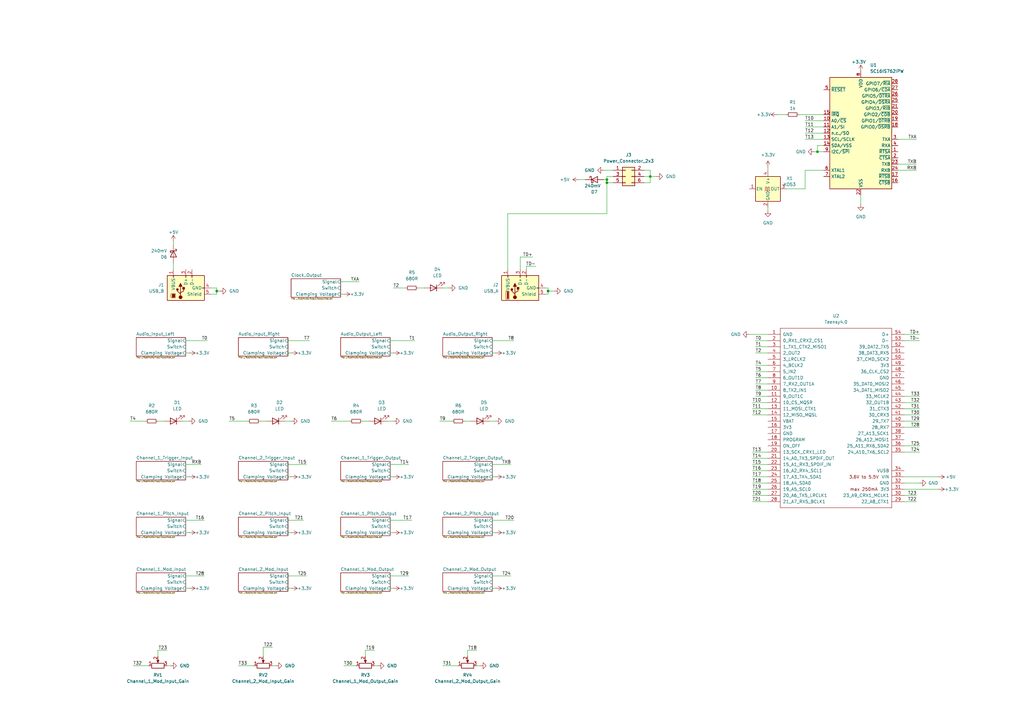
<source format=kicad_sch>
(kicad_sch (version 20211123) (generator eeschema)
  (paper "A3")
  (lib_symbols
    (symbol "Connector:USB_A" (pin_names (offset 1.016))
      (property "Reference" "J" (at -5.08 11.43 0))
      (property "Value" "USB_A" (at -5.08 8.89 0))
      (symbol "USB_A_0_1"
        (rectangle (start -5.08 -7.62) (end 5.08 7.62) (stroke (width 0.254)) (fill (type background)))
        (circle (center -3.81 2.159) (radius 0.635) (stroke (width 0.254)) (fill (type outline)))
        (rectangle (start -1.524 4.826) (end -4.318 5.334) (fill (type outline)))
        (rectangle (start -1.27 4.572) (end -4.572 5.842))
        (circle (center -0.635 3.429) (radius 0.381) (stroke (width 0.254)) (fill (type outline)))
        (rectangle (start -0.127 -7.62) (end 0.127 -6.858))
        (polyline (pts (xy -3.175 2.159) (xy -2.54 2.159) (xy -1.27 3.429) (xy -0.635 3.429)) (stroke (width 0.254)))
        (polyline (pts (xy -2.54 2.159) (xy -1.905 2.159) (xy -1.27 0.889) (xy 0 0.889)) (stroke (width 0.254)))
        (polyline (pts (xy 0.635 2.794) (xy 0.635 1.524) (xy 1.905 2.159) (xy 0.635 2.794)) (stroke (width 0.254)) (fill (type outline)))
        (rectangle (start 0.254 1.27) (end -0.508 0.508) (stroke (width 0.254)) (fill (type outline)))
        (rectangle (start 5.08 -2.667) (end 4.318 -2.413))
        (rectangle (start 5.08 -0.127) (end 4.318 0.127))
        (rectangle (start 5.08 4.953) (end 4.318 5.207))
      )
      (symbol "USB_A_1_1"
        (polyline (pts (xy -1.905 2.159) (xy 0.635 2.159)) (stroke (width 0.254)))
        (pin power_in line (at 7.62 5.08 180) (length 2.54) (name "VBUS") (number "1"))
        (pin bidirectional line (at 7.62 -2.54 180) (length 2.54) (name "D-") (number "2"))
        (pin bidirectional line (at 7.62 0 180) (length 2.54) (name "D+") (number "3"))
        (pin power_in line (at 0 -10.16 90) (length 2.54) (name "GND") (number "4"))
        (pin passive line (at -2.54 -10.16 90) (length 2.54) (name "Shield") (number "5"))
      )
    )
    (symbol "Connector:USB_B" (pin_names (offset 1.016))
      (property "Reference" "J" (at -5.08 11.43 0))
      (property "Value" "USB_B" (at -5.08 8.89 0))
      (symbol "USB_B_0_1"
        (rectangle (start -5.08 -7.62) (end 5.08 7.62) (stroke (width 0.254)) (fill (type background)))
        (circle (center -3.81 2.159) (radius 0.635) (stroke (width 0.254)) (fill (type outline)))
        (rectangle (start -3.81 5.588) (end -2.54 4.572) (fill (type outline)))
        (circle (center -0.635 3.429) (radius 0.381) (stroke (width 0.254)) (fill (type outline)))
        (rectangle (start -0.127 -7.62) (end 0.127 -6.858))
        (polyline (pts (xy -1.905 2.159) (xy 0.635 2.159)) (stroke (width 0.254)))
        (polyline (pts (xy -3.175 2.159) (xy -2.54 2.159) (xy -1.27 3.429) (xy -0.635 3.429)) (stroke (width 0.254)))
        (polyline (pts (xy -2.54 2.159) (xy -1.905 2.159) (xy -1.27 0.889) (xy 0 0.889)) (stroke (width 0.254)))
        (polyline (pts (xy 0.635 2.794) (xy 0.635 1.524) (xy 1.905 2.159) (xy 0.635 2.794)) (stroke (width 0.254)) (fill (type outline)))
        (polyline (pts (xy -4.064 4.318) (xy -2.286 4.318) (xy -2.286 5.715) (xy -2.667 6.096) (xy -3.683 6.096) (xy -4.064 5.715) (xy -4.064 4.318)))
        (rectangle (start 0.254 1.27) (end -0.508 0.508) (stroke (width 0.254)) (fill (type outline)))
        (rectangle (start 5.08 -2.667) (end 4.318 -2.413))
        (rectangle (start 5.08 -0.127) (end 4.318 0.127))
        (rectangle (start 5.08 4.953) (end 4.318 5.207))
      )
      (symbol "USB_B_1_1"
        (pin power_out line (at 7.62 5.08 180) (length 2.54) (name "VBUS") (number "1"))
        (pin bidirectional line (at 7.62 -2.54 180) (length 2.54) (name "D-") (number "2"))
        (pin bidirectional line (at 7.62 0 180) (length 2.54) (name "D+") (number "3"))
        (pin power_out line (at 0 -10.16 90) (length 2.54) (name "GND") (number "4"))
        (pin passive line (at -2.54 -10.16 90) (length 2.54) (name "Shield") (number "5"))
      )
    )
    (symbol "Connector_Generic:Conn_02x03_Odd_Even" (pin_names (offset 1.016) hide)
      (property "Reference" "J" (at 1.27 5.08 0))
      (property "Value" "Conn_02x03_Odd_Even" (at 1.27 -5.08 0))
      (symbol "Conn_02x03_Odd_Even_1_1"
        (rectangle (start -1.27 -2.413) (end 0 -2.667) (stroke (width 0.1524)))
        (rectangle (start -1.27 0.127) (end 0 -0.127) (stroke (width 0.1524)))
        (rectangle (start -1.27 2.667) (end 0 2.413) (stroke (width 0.1524)))
        (rectangle (start -1.27 3.81) (end 3.81 -3.81) (stroke (width 0.254)) (fill (type background)))
        (rectangle (start 3.81 -2.413) (end 2.54 -2.667) (stroke (width 0.1524)))
        (rectangle (start 3.81 0.127) (end 2.54 -0.127) (stroke (width 0.1524)))
        (rectangle (start 3.81 2.667) (end 2.54 2.413) (stroke (width 0.1524)))
        (pin passive line (at -5.08 2.54 0) (length 3.81) (name "Pin_1") (number "1"))
        (pin passive line (at 7.62 2.54 180) (length 3.81) (name "Pin_2") (number "2"))
        (pin passive line (at -5.08 0 0) (length 3.81) (name "Pin_3") (number "3"))
        (pin passive line (at 7.62 0 180) (length 3.81) (name "Pin_4") (number "4"))
        (pin passive line (at -5.08 -2.54 0) (length 3.81) (name "Pin_5") (number "5"))
        (pin passive line (at 7.62 -2.54 180) (length 3.81) (name "Pin_6") (number "6"))
      )
    )
    (symbol "Device:D_Schottky" (pin_numbers hide) (pin_names (offset 1.016) hide)
      (property "Reference" "D" (at 0 2.54 0))
      (property "Value" "D_Schottky" (at 0 -2.54 0))
      (symbol "D_Schottky_0_1"
        (polyline (pts (xy 1.27 0) (xy -1.27 0)))
        (polyline (pts (xy 1.27 1.27) (xy 1.27 -1.27) (xy -1.27 0) (xy 1.27 1.27)) (stroke (width 0.254)))
        (polyline (pts (xy -1.905 0.635) (xy -1.905 1.27) (xy -1.27 1.27) (xy -1.27 -1.27) (xy -0.635 -1.27) (xy -0.635 -0.635)) (stroke (width 0.254)))
      )
      (symbol "D_Schottky_1_1"
        (pin passive line (at -3.81 0 0) (length 2.54) (name "K") (number "1"))
        (pin passive line (at 3.81 0 180) (length 2.54) (name "A") (number "2"))
      )
    )
    (symbol "Device:LED" (pin_numbers hide) (pin_names (offset 1.016) hide)
      (property "Reference" "D" (at 0 2.54 0))
      (property "Value" "LED" (at 0 -2.54 0))
      (symbol "LED_0_1"
        (polyline (pts (xy -1.27 -1.27) (xy -1.27 1.27)) (stroke (width 0.254)))
        (polyline (pts (xy -1.27 0) (xy 1.27 0)))
        (polyline (pts (xy 1.27 -1.27) (xy 1.27 1.27) (xy -1.27 0) (xy 1.27 -1.27)) (stroke (width 0.254)))
        (polyline (pts (xy -3.048 -0.762) (xy -4.572 -2.286) (xy -3.81 -2.286) (xy -4.572 -2.286) (xy -4.572 -1.524)))
        (polyline (pts (xy -1.778 -0.762) (xy -3.302 -2.286) (xy -2.54 -2.286) (xy -3.302 -2.286) (xy -3.302 -1.524)))
      )
      (symbol "LED_1_1"
        (pin passive line (at -3.81 0 0) (length 2.54) (name "K") (number "1"))
        (pin passive line (at 3.81 0 180) (length 2.54) (name "A") (number "2"))
      )
    )
    (symbol "Device:R_Potentiometer" (pin_names (offset 1.016) hide)
      (property "Reference" "RV" (at -4.445 0 90))
      (property "Value" "R_Potentiometer" (at -2.54 0 90))
      (symbol "R_Potentiometer_0_1"
        (polyline (pts (xy 2.54 0) (xy 1.524 0)))
        (polyline (pts (xy 1.143 0) (xy 2.286 0.508) (xy 2.286 -0.508) (xy 1.143 0)) (fill (type outline)))
        (rectangle (start 1.016 2.54) (end -1.016 -2.54) (stroke (width 0.254)))
      )
      (symbol "R_Potentiometer_1_1"
        (pin passive line (at 0 3.81 270) (length 1.27) (name "1") (number "1"))
        (pin passive line (at 3.81 0 180) (length 1.27) (name "2") (number "2"))
        (pin passive line (at 0 -3.81 90) (length 1.27) (name "3") (number "3"))
      )
    )
    (symbol "Device:R_Small" (pin_numbers hide) (pin_names (offset 0.254) hide)
      (property "Reference" "R" (at 0.762 0.508 0))
      (property "Value" "R_Small" (at 0.762 -1.016 0))
      (symbol "R_Small_0_1"
        (rectangle (start -0.762 1.778) (end 0.762 -1.778) (stroke (width 0.2032)))
      )
      (symbol "R_Small_1_1"
        (pin passive line (at 0 2.54 270) (length 0.762) (name "~") (number "1"))
        (pin passive line (at 0 -2.54 90) (length 0.762) (name "~") (number "2"))
      )
    )
    (symbol "Interface_UART:SC16IS762IPW"
      (property "Reference" "U" (at -11.43 24.13 0))
      (property "Value" "SC16IS762IPW" (at 7.62 24.13 0))
      (symbol "SC16IS762IPW_0_1"
        (rectangle (start -12.7 22.86) (end 12.7 -22.86) (stroke (width 0.254)) (fill (type background)))
      )
      (symbol "SC16IS762IPW_1_1"
        (pin output line (at 15.24 -7.62 180) (length 2.54) (name "~{RTSA}") (number "1"))
        (pin input line (at -15.24 5.08 0) (length 2.54) (name "A0/~{CS}") (number "10"))
        (pin input line (at -15.24 2.54 0) (length 2.54) (name "A1/SI") (number "11"))
        (pin output line (at -15.24 0 0) (length 2.54) (name "n.c./SO") (number "12"))
        (pin input line (at -15.24 -2.54 0) (length 2.54) (name "SCL/SCLK") (number "13"))
        (pin bidirectional line (at -15.24 -5.08 0) (length 2.54) (name "SDA/VSS") (number "14"))
        (pin open_collector line (at -15.24 7.62 0) (length 2.54) (name "~{IRQ}") (number "15"))
        (pin input line (at 15.24 -20.32 180) (length 2.54) (name "~{CTSB}") (number "16"))
        (pin output line (at 15.24 -17.78 180) (length 2.54) (name "~{RTSB}") (number "17"))
        (pin bidirectional line (at 15.24 2.54 180) (length 2.54) (name "GPIO0/~{DSRB}") (number "18"))
        (pin bidirectional line (at 15.24 5.08 180) (length 2.54) (name "GPIO1/~{DTRB}") (number "19"))
        (pin input line (at 15.24 -10.16 180) (length 2.54) (name "~{CTSA}") (number "2"))
        (pin bidirectional line (at 15.24 7.62 180) (length 2.54) (name "GPIO2/~{CDB}") (number "20"))
        (pin bidirectional line (at 15.24 10.16 180) (length 2.54) (name "GPIO3/~{RIB}") (number "21"))
        (pin power_in line (at 0 -25.4 90) (length 2.54) (name "VSS") (number "22"))
        (pin output line (at 15.24 -12.7 180) (length 2.54) (name "TXB") (number "23"))
        (pin input line (at 15.24 -15.24 180) (length 2.54) (name "RXB") (number "24"))
        (pin bidirectional line (at 15.24 12.7 180) (length 2.54) (name "GPIO4/~{DSRA}") (number "25"))
        (pin bidirectional line (at 15.24 15.24 180) (length 2.54) (name "GPIO5/~{DTRA}") (number "26"))
        (pin bidirectional line (at 15.24 17.78 180) (length 2.54) (name "GPIO6/~{CDA}") (number "27"))
        (pin bidirectional line (at 15.24 20.32 180) (length 2.54) (name "GPIO7/~{RIA}") (number "28"))
        (pin output line (at 15.24 -2.54 180) (length 2.54) (name "TXA") (number "3"))
        (pin input line (at 15.24 -5.08 180) (length 2.54) (name "RXA") (number "4"))
        (pin input line (at -15.24 17.78 0) (length 2.54) (name "~{RESET}") (number "5"))
        (pin input line (at -15.24 -15.24 0) (length 2.54) (name "XTAL1") (number "6"))
        (pin output line (at -15.24 -17.78 0) (length 2.54) (name "XTAL2") (number "7"))
        (pin power_in line (at 0 25.4 270) (length 2.54) (name "VDD") (number "8"))
        (pin input line (at -15.24 -7.62 0) (length 2.54) (name "I2C/~{SPI}") (number "9"))
      )
    )
    (symbol "Oscillator:XO53" (pin_names (offset 0.254))
      (property "Reference" "X" (at -5.08 6.35 0))
      (property "Value" "XO53" (at 1.27 -6.35 0))
      (symbol "XO53_0_1"
        (rectangle (start -5.08 5.08) (end 5.08 -5.08) (stroke (width 0.254)) (fill (type background)))
        (polyline (pts (xy 0.762 -0.762) (xy 0.508 -0.762) (xy 0.508 0.762) (xy 0 0.762) (xy 0 -0.762) (xy -0.508 -0.762) (xy -0.508 0.762) (xy -1.016 0.762) (xy -1.016 -0.762) (xy -1.27 -0.762)))
      )
      (symbol "XO53_1_1"
        (pin input line (at -7.62 0 0) (length 2.54) (name "EN") (number "1"))
        (pin power_in line (at 0 -7.62 90) (length 2.54) (name "GND") (number "2"))
        (pin output line (at 7.62 0 180) (length 2.54) (name "OUT") (number "3"))
        (pin power_in line (at 0 7.62 270) (length 2.54) (name "V+") (number "4"))
      )
    )
    (symbol "Teensy:Teensy4.0" (pin_names (offset 1.016))
      (property "Reference" "U" (at 0 39.37 0))
      (property "Value" "Teensy4.0" (at 0 -39.37 0))
      (symbol "Teensy4.0_0_0"
        (text "3.6V to 5.5V" (at 11.43 -24.13 0) (effects (font (size 1.27 1.27))))
        (text "max 250mA" (at 11.43 -29.21 0) (effects (font (size 1.27 1.27))))
        (pin bidirectional line (at -27.94 11.43 0) (length 5.08) (name "8_TX2_IN1") (number "10"))
        (pin bidirectional line (at -27.94 8.89 0) (length 5.08) (name "9_OUT1C") (number "11"))
        (pin bidirectional line (at -27.94 6.35 0) (length 5.08) (name "10_CS_MQSR") (number "12"))
        (pin bidirectional line (at -27.94 3.81 0) (length 5.08) (name "11_MOSI_CTX1") (number "13"))
        (pin bidirectional line (at -27.94 1.27 0) (length 5.08) (name "12_MISO_MQSL") (number "14"))
        (pin power_in line (at -27.94 -1.27 0) (length 5.08) (name "VBAT") (number "15"))
        (pin power_in line (at -27.94 -3.81 0) (length 5.08) (name "3V3") (number "16"))
        (pin power_in line (at -27.94 -6.35 0) (length 5.08) (name "GND") (number "17"))
        (pin input line (at -27.94 -8.89 0) (length 5.08) (name "PROGRAM") (number "18"))
        (pin input line (at -27.94 -11.43 0) (length 5.08) (name "ON_OFF") (number "19"))
        (pin bidirectional line (at -27.94 -13.97 0) (length 5.08) (name "13_SCK_CRX1_LED") (number "20"))
        (pin bidirectional line (at -27.94 -16.51 0) (length 5.08) (name "14_A0_TX3_SPDIF_OUT") (number "21"))
        (pin bidirectional line (at -27.94 -19.05 0) (length 5.08) (name "15_A1_RX3_SPDIF_IN") (number "22"))
        (pin bidirectional line (at -27.94 -21.59 0) (length 5.08) (name "16_A2_RX4_SCL1") (number "23"))
        (pin bidirectional line (at -27.94 -24.13 0) (length 5.08) (name "17_A3_TX4_SDA1") (number "24"))
        (pin bidirectional line (at -27.94 -26.67 0) (length 5.08) (name "18_A4_SDA0") (number "25"))
        (pin bidirectional line (at -27.94 -29.21 0) (length 5.08) (name "19_A5_SCL0") (number "26"))
        (pin bidirectional line (at -27.94 -31.75 0) (length 5.08) (name "20_A6_TX5_LRCLK1") (number "27"))
        (pin bidirectional line (at -27.94 -34.29 0) (length 5.08) (name "21_A7_RX5_BCLK1") (number "28"))
        (pin bidirectional line (at 27.94 -34.29 180) (length 5.08) (name "22_A8_CTX1") (number "29"))
        (pin bidirectional line (at 27.94 -31.75 180) (length 5.08) (name "23_A9_CRX1_MCLK1") (number "30"))
        (pin power_out line (at 27.94 -29.21 180) (length 5.08) (name "3V3") (number "31"))
        (pin power_in line (at 27.94 -26.67 180) (length 5.08) (name "GND") (number "32"))
        (pin power_in line (at 27.94 -24.13 180) (length 5.08) (name "VIN") (number "33"))
        (pin power_out line (at 27.94 -21.59 180) (length 5.08) (name "VUSB") (number "34"))
        (pin bidirectional line (at 27.94 -13.97 180) (length 5.08) (name "24_A10_TX6_SCL2") (number "35"))
        (pin bidirectional line (at 27.94 -11.43 180) (length 5.08) (name "25_A11_RX6_SDA2") (number "36"))
        (pin bidirectional line (at 27.94 -8.89 180) (length 5.08) (name "26_A12_MOSI1") (number "37"))
        (pin bidirectional line (at 27.94 -6.35 180) (length 5.08) (name "27_A13_SCK1") (number "38"))
        (pin bidirectional line (at 27.94 -3.81 180) (length 5.08) (name "28_RX7") (number "39"))
        (pin bidirectional line (at 27.94 -1.27 180) (length 5.08) (name "29_TX7") (number "40"))
        (pin bidirectional line (at 27.94 1.27 180) (length 5.08) (name "30_CRX3") (number "41"))
        (pin bidirectional line (at 27.94 3.81 180) (length 5.08) (name "31_CTX3") (number "42"))
        (pin bidirectional line (at 27.94 6.35 180) (length 5.08) (name "32_OUT1B") (number "43"))
        (pin bidirectional line (at 27.94 8.89 180) (length 5.08) (name "33_MCLK2") (number "44"))
        (pin bidirectional line (at 27.94 11.43 180) (length 5.08) (name "34_DAT1_MISO2") (number "45"))
        (pin bidirectional line (at 27.94 13.97 180) (length 5.08) (name "35_DAT0_MOSI2") (number "46"))
        (pin power_out line (at 27.94 16.51 180) (length 5.08) (name "GND") (number "47"))
        (pin bidirectional line (at 27.94 19.05 180) (length 5.08) (name "36_CLK_CS2") (number "48"))
        (pin power_out line (at 27.94 21.59 180) (length 5.08) (name "3V3") (number "49"))
        (pin bidirectional line (at -27.94 24.13 0) (length 5.08) (name "3_LRCLK2") (number "5"))
        (pin bidirectional line (at 27.94 24.13 180) (length 5.08) (name "37_CMD_SCK2") (number "50"))
        (pin bidirectional line (at 27.94 26.67 180) (length 5.08) (name "38_DAT3_RX5") (number "51"))
        (pin bidirectional line (at 27.94 29.21 180) (length 5.08) (name "39_DAT2_TX5") (number "52"))
        (pin bidirectional line (at 27.94 31.75 180) (length 5.08) (name "D-") (number "53"))
        (pin bidirectional line (at 27.94 34.29 180) (length 5.08) (name "D+") (number "54"))
        (pin bidirectional line (at -27.94 21.59 0) (length 5.08) (name "4_BCLK2") (number "6"))
        (pin bidirectional line (at -27.94 19.05 0) (length 5.08) (name "5_IN2") (number "7"))
        (pin bidirectional line (at -27.94 16.51 0) (length 5.08) (name "6_OUT1D") (number "8"))
        (pin bidirectional line (at -27.94 13.97 0) (length 5.08) (name "7_RX2_OUT1A") (number "9"))
      )
      (symbol "Teensy4.0_0_1"
        (rectangle (start -22.86 36.83) (end 22.86 -36.83))
        (rectangle (start -20.32 -31.75) (end -20.32 -31.75))
      )
      (symbol "Teensy4.0_1_1"
        (pin power_in line (at -27.94 34.29 0) (length 5.08) (name "GND") (number "1"))
        (pin bidirectional line (at -27.94 31.75 0) (length 5.08) (name "0_RX1_CRX2_CS1") (number "2"))
        (pin bidirectional line (at -27.94 29.21 0) (length 5.08) (name "1_TX1_CTX2_MISO1") (number "3"))
        (pin bidirectional line (at -27.94 26.67 0) (length 5.08) (name "2_OUT2") (number "4"))
      )
    )
    (symbol "power:+3.3V" (power) (pin_names (offset 0))
      (property "Value" "+3.3V" (at 0 3.556 0))
      (symbol "+3.3V_0_1"
        (polyline (pts (xy -0.762 1.27) (xy 0 2.54)))
        (polyline (pts (xy 0 0) (xy 0 2.54)))
        (polyline (pts (xy 0 2.54) (xy 0.762 1.27)))
      )
      (symbol "+3.3V_1_1"
        (pin power_in line (at 0 0 90) (length 0) hide (name "+3.3V") (number "1"))
      )
    )
    (symbol "power:+5V" (power) (pin_names (offset 0))
      (property "Value" "+5V" (at 0 3.556 0))
      (symbol "+5V_0_1"
        (polyline (pts (xy -0.762 1.27) (xy 0 2.54)))
        (polyline (pts (xy 0 0) (xy 0 2.54)))
        (polyline (pts (xy 0 2.54) (xy 0.762 1.27)))
      )
      (symbol "+5V_1_1"
        (pin power_in line (at 0 0 90) (length 0) hide (name "+5V") (number "1"))
      )
    )
    (symbol "power:GND" (power) (pin_names (offset 0))
      (property "Value" "GND" (at 0 -3.81 0))
      (symbol "GND_0_1"
        (polyline (pts (xy 0 0) (xy 0 -1.27) (xy 1.27 -1.27) (xy 0 -2.54) (xy -1.27 -1.27) (xy 0 -1.27)))
      )
      (symbol "GND_1_1"
        (pin power_in line (at 0 0 270) (length 0) hide (name "GND") (number "1"))
      )
    )
  )
  (junction (at 248.92 73.66))
  (junction (at 266.7 72.39))
  (junction (at 88.9 119.38))
  (junction (at 335.28 62.23))
  (junction (at 224.79 119.38))
  (junction (at 248.92 74.93))
  (wire (pts (xy 184.15 118.11) (xy 181.61 118.11)))
  (wire (pts (xy 88.9 118.11) (xy 88.9 119.38)))
  (wire (pts (xy 308.61 200.66) (xy 314.96 200.66)))
  (wire (pts (xy 88.9 120.65) (xy 88.9 119.38)))
  (wire (pts (xy 191.77 266.7) (xy 195.58 266.7)))
  (wire (pts (xy 247.65 73.66) (xy 248.92 73.66)))
  (wire (pts (xy 370.84 170.18) (xy 377.19 170.18)))
  (wire (pts (xy 327.66 46.99) (xy 337.82 46.99)))
  (wire (pts (xy 384.81 195.58) (xy 370.84 195.58)))
  (wire (pts (xy 160.02 139.7) (xy 170.18 139.7)))
  (wire (pts (xy 370.84 137.16) (xy 377.19 137.16)))
  (wire (pts (xy 118.11 190.5) (xy 125.73 190.5)))
  (wire (pts (xy 64.77 266.7) (xy 68.58 266.7)))
  (wire (pts (xy 264.16 69.85) (xy 266.7 69.85)))
  (wire (pts (xy 140.97 273.05) (xy 146.05 273.05)))
  (wire (pts (xy 335.28 59.69) (xy 335.28 62.23)))
  (wire (pts (xy 309.88 144.78) (xy 314.96 144.78)))
  (wire (pts (xy 181.61 273.05) (xy 187.96 273.05)))
  (wire (pts (xy 375.92 205.74) (xy 370.84 205.74)))
  (wire (pts (xy 69.85 273.05) (xy 68.58 273.05)))
  (wire (pts (xy 375.92 67.31) (xy 368.3 67.31)))
  (wire (pts (xy 171.45 118.11) (xy 173.99 118.11)))
  (wire (pts (xy 161.29 118.11) (xy 166.37 118.11)))
  (wire (pts (xy 201.93 190.5) (xy 209.55 190.5)))
  (wire (pts (xy 247.65 69.85) (xy 251.46 69.85)))
  (wire (pts (xy 370.84 175.26) (xy 377.19 175.26)))
  (wire (pts (xy 377.19 198.12) (xy 370.84 198.12)))
  (wire (pts (xy 251.46 72.39) (xy 248.92 72.39)))
  (wire (pts (xy 161.29 218.44) (xy 160.02 218.44)))
  (wire (pts (xy 215.9 109.22) (xy 219.71 109.22)))
  (wire (pts (xy 309.88 162.56) (xy 314.96 162.56)))
  (wire (pts (xy 377.19 167.64) (xy 370.84 167.64)))
  (wire (pts (xy 203.2 172.72) (xy 200.66 172.72)))
  (wire (pts (xy 160.02 213.36) (xy 168.91 213.36)))
  (wire (pts (xy 161.29 195.58) (xy 160.02 195.58)))
  (wire (pts (xy 208.28 87.63) (xy 208.28 110.49)))
  (wire (pts (xy 248.92 72.39) (xy 248.92 73.66)))
  (wire (pts (xy 64.77 172.72) (xy 67.31 172.72)))
  (wire (pts (xy 309.88 154.94) (xy 314.96 154.94)))
  (wire (pts (xy 224.79 119.38) (xy 227.33 119.38)))
  (wire (pts (xy 161.29 144.78) (xy 160.02 144.78)))
  (wire (pts (xy 71.12 99.06) (xy 71.12 100.33)))
  (wire (pts (xy 93.98 172.72) (xy 101.6 172.72)))
  (wire (pts (xy 208.28 87.63) (xy 248.92 87.63)))
  (wire (pts (xy 190.5 172.72) (xy 193.04 172.72)))
  (wire (pts (xy 135.89 172.72) (xy 143.51 172.72)))
  (wire (pts (xy 77.47 241.3) (xy 76.2 241.3)))
  (wire (pts (xy 308.61 185.42) (xy 314.96 185.42)))
  (wire (pts (xy 370.84 139.7) (xy 377.19 139.7)))
  (wire (pts (xy 309.88 157.48) (xy 314.96 157.48)))
  (wire (pts (xy 370.84 165.1) (xy 377.19 165.1)))
  (wire (pts (xy 353.06 80.01) (xy 353.06 83.82)))
  (wire (pts (xy 106.68 172.72) (xy 109.22 172.72)))
  (wire (pts (xy 375.92 203.2) (xy 370.84 203.2)))
  (wire (pts (xy 308.61 187.96) (xy 314.96 187.96)))
  (wire (pts (xy 118.11 213.36) (xy 124.46 213.36)))
  (wire (pts (xy 191.77 269.24) (xy 191.77 266.7)))
  (wire (pts (xy 139.7 115.57) (xy 147.32 115.57)))
  (wire (pts (xy 370.84 182.88) (xy 377.19 182.88)))
  (wire (pts (xy 203.2 195.58) (xy 201.93 195.58)))
  (wire (pts (xy 237.49 73.66) (xy 240.03 73.66)))
  (wire (pts (xy 224.79 119.38) (xy 224.79 120.65)))
  (wire (pts (xy 118.11 236.22) (xy 125.73 236.22)))
  (wire (pts (xy 118.11 139.7) (xy 127 139.7)))
  (wire (pts (xy 330.2 77.47) (xy 330.2 69.85)))
  (wire (pts (xy 330.2 52.07) (xy 337.82 52.07)))
  (wire (pts (xy 307.34 137.16) (xy 314.96 137.16)))
  (wire (pts (xy 76.2 190.5) (xy 82.55 190.5)))
  (wire (pts (xy 196.85 273.05) (xy 195.58 273.05)))
  (wire (pts (xy 149.86 269.24) (xy 149.86 266.7)))
  (wire (pts (xy 218.44 105.41) (xy 213.36 105.41)))
  (wire (pts (xy 335.28 62.23) (xy 337.82 62.23)))
  (wire (pts (xy 308.61 203.2) (xy 314.96 203.2)))
  (wire (pts (xy 330.2 49.53) (xy 337.82 49.53)))
  (wire (pts (xy 107.95 265.43) (xy 111.76 265.43)))
  (wire (pts (xy 334.01 62.23) (xy 335.28 62.23)))
  (wire (pts (xy 119.38 195.58) (xy 118.11 195.58)))
  (wire (pts (xy 322.58 77.47) (xy 330.2 77.47)))
  (wire (pts (xy 384.81 200.66) (xy 370.84 200.66)))
  (wire (pts (xy 77.47 144.78) (xy 76.2 144.78)))
  (wire (pts (xy 308.61 193.04) (xy 314.96 193.04)))
  (wire (pts (xy 180.34 172.72) (xy 185.42 172.72)))
  (wire (pts (xy 248.92 74.93) (xy 248.92 87.63)))
  (wire (pts (xy 160.02 236.22) (xy 167.64 236.22)))
  (wire (pts (xy 148.59 172.72) (xy 151.13 172.72)))
  (wire (pts (xy 149.86 266.7) (xy 153.67 266.7)))
  (wire (pts (xy 314.96 86.36) (xy 314.96 85.09)))
  (wire (pts (xy 213.36 105.41) (xy 213.36 110.49)))
  (wire (pts (xy 154.94 273.05) (xy 153.67 273.05)))
  (wire (pts (xy 223.52 120.65) (xy 224.79 120.65)))
  (wire (pts (xy 308.61 165.1) (xy 314.96 165.1)))
  (wire (pts (xy 308.61 167.64) (xy 314.96 167.64)))
  (wire (pts (xy 201.93 236.22) (xy 209.55 236.22)))
  (wire (pts (xy 308.61 198.12) (xy 314.96 198.12)))
  (wire (pts (xy 337.82 59.69) (xy 335.28 59.69)))
  (wire (pts (xy 203.2 144.78) (xy 201.93 144.78)))
  (wire (pts (xy 368.3 57.15) (xy 375.92 57.15)))
  (wire (pts (xy 377.19 162.56) (xy 370.84 162.56)))
  (wire (pts (xy 370.84 172.72) (xy 377.19 172.72)))
  (wire (pts (xy 76.2 213.36) (xy 83.82 213.36)))
  (wire (pts (xy 266.7 74.93) (xy 266.7 72.39)))
  (wire (pts (xy 86.36 120.65) (xy 88.9 120.65)))
  (wire (pts (xy 160.02 190.5) (xy 167.64 190.5)))
  (wire (pts (xy 251.46 74.93) (xy 248.92 74.93)))
  (wire (pts (xy 97.79 273.05) (xy 104.14 273.05)))
  (wire (pts (xy 77.47 172.72) (xy 74.93 172.72)))
  (wire (pts (xy 77.47 195.58) (xy 76.2 195.58)))
  (wire (pts (xy 76.2 139.7) (xy 85.09 139.7)))
  (wire (pts (xy 77.47 218.44) (xy 76.2 218.44)))
  (wire (pts (xy 54.61 273.05) (xy 60.96 273.05)))
  (wire (pts (xy 264.16 72.39) (xy 266.7 72.39)))
  (wire (pts (xy 203.2 241.3) (xy 201.93 241.3)))
  (wire (pts (xy 309.88 149.86) (xy 314.96 149.86)))
  (wire (pts (xy 86.36 118.11) (xy 88.9 118.11)))
  (wire (pts (xy 309.88 139.7) (xy 314.96 139.7)))
  (wire (pts (xy 201.93 213.36) (xy 210.82 213.36)))
  (wire (pts (xy 161.29 241.3) (xy 160.02 241.3)))
  (wire (pts (xy 203.2 218.44) (xy 201.93 218.44)))
  (wire (pts (xy 119.38 218.44) (xy 118.11 218.44)))
  (wire (pts (xy 266.7 69.85) (xy 266.7 72.39)))
  (wire (pts (xy 88.9 119.38) (xy 90.17 119.38)))
  (wire (pts (xy 119.38 241.3) (xy 118.11 241.3)))
  (wire (pts (xy 119.38 144.78) (xy 118.11 144.78)))
  (wire (pts (xy 248.92 73.66) (xy 248.92 74.93)))
  (wire (pts (xy 107.95 269.24) (xy 107.95 265.43)))
  (wire (pts (xy 308.61 195.58) (xy 314.96 195.58)))
  (wire (pts (xy 370.84 185.42) (xy 377.19 185.42)))
  (wire (pts (xy 76.2 236.22) (xy 83.82 236.22)))
  (wire (pts (xy 308.61 205.74) (xy 314.96 205.74)))
  (wire (pts (xy 308.61 170.18) (xy 314.96 170.18)))
  (wire (pts (xy 264.16 74.93) (xy 266.7 74.93)))
  (wire (pts (xy 368.3 69.85) (xy 375.92 69.85)))
  (wire (pts (xy 119.38 172.72) (xy 116.84 172.72)))
  (wire (pts (xy 309.88 142.24) (xy 314.96 142.24)))
  (wire (pts (xy 224.79 118.11) (xy 224.79 119.38)))
  (wire (pts (xy 113.03 273.05) (xy 111.76 273.05)))
  (wire (pts (xy 71.12 107.95) (xy 71.12 110.49)))
  (wire (pts (xy 140.97 120.65) (xy 139.7 120.65)))
  (wire (pts (xy 318.77 46.99) (xy 322.58 46.99)))
  (wire (pts (xy 309.88 160.02) (xy 314.96 160.02)))
  (wire (pts (xy 64.77 269.24) (xy 64.77 266.7)))
  (wire (pts (xy 314.96 68.58) (xy 314.96 69.85)))
  (wire (pts (xy 308.61 190.5) (xy 314.96 190.5)))
  (wire (pts (xy 215.9 110.49) (xy 215.9 109.22)))
  (wire (pts (xy 330.2 69.85) (xy 337.82 69.85)))
  (wire (pts (xy 309.88 152.4) (xy 314.96 152.4)))
  (wire (pts (xy 161.29 172.72) (xy 158.75 172.72)))
  (wire (pts (xy 201.93 139.7) (xy 210.82 139.7)))
  (wire (pts (xy 330.2 54.61) (xy 337.82 54.61)))
  (wire (pts (xy 53.34 172.72) (xy 59.69 172.72)))
  (wire (pts (xy 223.52 118.11) (xy 224.79 118.11)))
  (wire (pts (xy 266.7 72.39) (xy 269.24 72.39)))
  (wire (pts (xy 330.2 57.15) (xy 337.82 57.15)))
  (label "T33" (at 97.79 273.05 0))
  (label "T13" (at 308.61 185.42 0))
  (label "T23" (at 375.92 203.2 180))
  (label "T18" (at 195.58 266.7 180))
  (label "TD+" (at 377.19 137.16 180))
  (label "T6" (at 135.89 172.72 0))
  (label "T10" (at 308.61 165.1 0))
  (label "T7" (at 127 139.7 180))
  (label "T15" (at 125.73 190.5 180))
  (label "T8" (at 309.88 160.02 0))
  (label "T22" (at 111.76 265.43 180))
  (label "T1" (at 309.88 142.24 0))
  (label "TD+" (at 218.44 105.41 180))
  (label "TXB" (at 375.92 67.31 180))
  (label "T17" (at 308.61 195.58 0))
  (label "T4" (at 53.34 172.72 0))
  (label "T31" (at 181.61 273.05 0))
  (label "T15" (at 308.61 190.5 0))
  (label "T30" (at 140.97 273.05 0))
  (label "TXA" (at 375.92 57.15 180))
  (label "T11" (at 308.61 167.64 0))
  (label "T13" (at 330.2 57.15 0))
  (label "T2" (at 309.88 144.78 0))
  (label "T1" (at 170.18 139.7 180))
  (label "T5" (at 93.98 172.72 0))
  (label "T14" (at 167.64 190.5 180))
  (label "T29" (at 167.64 236.22 180))
  (label "RXB" (at 375.92 69.85 180))
  (label "T17" (at 168.91 213.36 180))
  (label "T28" (at 83.82 236.22 180))
  (label "TD-" (at 377.19 139.7 180))
  (label "T28" (at 377.19 175.26 180))
  (label "TD-" (at 219.71 109.22 180))
  (label "TXB" (at 209.55 190.5 180))
  (label "T11" (at 330.2 52.07 0))
  (label "T29" (at 377.19 172.72 180))
  (label "T23" (at 68.58 266.7 180))
  (label "T14" (at 308.61 187.96 0))
  (label "T32" (at 377.19 165.1 180))
  (label "T19" (at 308.61 200.66 0))
  (label "T9" (at 180.34 172.72 0))
  (label "T20" (at 308.61 203.2 0))
  (label "T9" (at 309.88 162.56 0))
  (label "T19" (at 153.67 266.7 180))
  (label "T22" (at 375.92 205.74 180))
  (label "T12" (at 330.2 54.61 0))
  (label "T24" (at 377.19 185.42 180))
  (label "T16" (at 83.82 213.36 180))
  (label "TXA" (at 147.32 115.57 180))
  (label "T0" (at 85.09 139.7 180))
  (label "T25" (at 377.19 182.88 180))
  (label "T21" (at 124.46 213.36 180))
  (label "T6" (at 309.88 154.94 0))
  (label "T32" (at 54.61 273.05 0))
  (label "T24" (at 209.55 236.22 180))
  (label "T5" (at 309.88 152.4 0))
  (label "T12" (at 308.61 170.18 0))
  (label "RXB" (at 82.55 190.5 180))
  (label "T25" (at 125.73 236.22 180))
  (label "T16" (at 308.61 193.04 0))
  (label "T18" (at 308.61 198.12 0))
  (label "T21" (at 308.61 205.74 0))
  (label "T4" (at 309.88 149.86 0))
  (label "T33" (at 377.19 162.56 180))
  (label "T30" (at 377.19 170.18 180))
  (label "T0" (at 309.88 139.7 0))
  (label "T2" (at 161.29 118.11 0))
  (label "T10" (at 330.2 49.53 0))
  (label "T31" (at 377.19 167.64 180))
  (label "T8" (at 210.82 139.7 180))
  (label "T7" (at 309.88 157.48 0))
  (label "T20" (at 210.82 213.36 180))
  (symbol (lib_id "power:+5V") (at 71.12 99.06 0) (unit 1)
    (property "Reference" "#PWR0167" (effects hide))
    (property "Value" "+5V" (at 71.12 95.25 0))
  )
  (symbol (lib_id "power:+3.3V") (at 203.2 241.3 270) (unit 1)
    (property "Reference" "#PWR0121" (effects hide))
    (property "Value" "+3.3V" (at 205.74 241.3 90) (effects (justify left)))
  )
  (symbol (lib_id "power:+3.3V") (at 384.81 200.66 270) (unit 1)
    (property "Reference" "#PWR0103" (effects hide))
    (property "Value" "+3.3V" (at 387.35 200.66 90) (effects (justify left)))
  )
  (symbol (lib_id "power:+3.3V") (at 203.2 144.78 270) (unit 1)
    (property "Reference" "#PWR0116" (effects hide))
    (property "Value" "+3.3V" (at 205.74 144.78 90) (effects (justify left)))
  )
  (symbol (lib_id "power:+3.3V") (at 119.38 195.58 270) (unit 1)
    (property "Reference" "#PWR0125" (effects hide))
    (property "Value" "+3.3V" (at 121.92 195.58 90) (effects (justify left)))
  )
  (symbol (lib_id "Device:R_Potentiometer") (at 149.86 273.05 90) (unit 1)
    (property "Reference" "RV3" (at 149.86 276.86 90))
    (property "Value" "Channel_1_Mod_Output_Gain" (at 149.86 279.4 90))
    (property "Footprint" "Potentiometer:Bourns_PTV09A-4020UB103" (effects hide))
  )
  (symbol (lib_id "power:GND") (at 377.19 198.12 90) (unit 1)
    (property "Reference" "#PWR0165" (effects hide))
    (property "Value" "GND" (at 384.81 198.12 90) (effects (justify left)))
  )
  (symbol (lib_id "power:GND") (at 196.85 273.05 90) (unit 1)
    (property "Reference" "#PWR0123" (effects hide))
    (property "Value" "GND" (at 200.66 273.0499 90) (effects (justify right)))
  )
  (symbol (lib_id "power:GND") (at 113.03 273.05 90) (unit 1)
    (property "Reference" "#PWR0109" (effects hide))
    (property "Value" "GND" (at 116.84 273.0499 90) (effects (justify right)))
  )
  (symbol (lib_id "Device:D_Schottky") (at 71.12 104.14 270) (unit 1)
    (property "Reference" "D6" (at 68.58 105.41 90) (effects (justify right)))
    (property "Value" "240mV" (at 68.58 102.87 90) (effects (justify right)))
    (property "Footprint" "Diode_SMD:D_SOD-123F" (effects hide))
  )
  (symbol (lib_id "power:+3.3V") (at 119.38 241.3 270) (unit 1)
    (property "Reference" "#PWR0110" (effects hide))
    (property "Value" "+3.3V" (at 121.92 241.3 90) (effects (justify left)))
  )
  (symbol (lib_id "Device:LED") (at 196.85 172.72 180) (unit 1)
    (property "Reference" "D5" (at 198.4375 165.1 0))
    (property "Value" "LED" (at 198.4375 167.64 0))
    (property "Footprint" "LED_THT:LED_D3.0mm" (effects hide))
  )
  (symbol (lib_id "Device:R_Small") (at 62.23 172.72 90) (unit 1)
    (property "Reference" "R2" (at 62.23 166.37 90))
    (property "Value" "680R" (at 62.23 168.91 90))
    (property "Footprint" "Resistor_SMD:R_1206_3216Metric_Pad1.30x1.75mm_HandSolder" (effects hide))
  )
  (symbol (lib_id "power:GND") (at 77.47 172.72 90) (unit 1)
    (property "Reference" "#PWR0129" (effects hide))
    (property "Value" "GND" (at 81.28 172.7199 90) (effects (justify right)))
  )
  (symbol (lib_id "power:+3.3V") (at 77.47 218.44 270) (unit 1)
    (property "Reference" "#PWR0111" (effects hide))
    (property "Value" "+3.3V" (at 80.01 218.44 90) (effects (justify left)))
  )
  (symbol (lib_id "Device:LED") (at 71.12 172.72 180) (unit 1)
    (property "Reference" "D1" (at 72.7075 165.1 0))
    (property "Value" "LED" (at 72.7075 167.64 0))
    (property "Footprint" "LED_THT:LED_D3.0mm" (effects hide))
  )
  (symbol (lib_id "power:+3.3V") (at 119.38 144.78 270) (unit 1)
    (property "Reference" "#PWR0128" (effects hide))
    (property "Value" "+3.3V" (at 121.92 144.78 90) (effects (justify left)))
  )
  (symbol (lib_id "Device:R_Small") (at 187.96 172.72 90) (unit 1)
    (property "Reference" "R6" (at 187.96 166.37 90))
    (property "Value" "680R" (at 187.96 168.91 90))
    (property "Footprint" "Resistor_SMD:R_1206_3216Metric_Pad1.30x1.75mm_HandSolder" (effects hide))
  )
  (symbol (lib_id "power:+3.3V") (at 77.47 195.58 270) (unit 1)
    (property "Reference" "#PWR0127" (effects hide))
    (property "Value" "+3.3V" (at 80.01 195.58 90) (effects (justify left)))
  )
  (symbol (lib_id "power:+3.3V") (at 353.06 29.21 0) (unit 1)
    (property "Reference" "#PWR0106" (effects hide))
    (property "Value" "+3.3V" (at 349.25 25.4 0) (effects (justify left)))
  )
  (symbol (lib_id "power:+3.3V") (at 161.29 144.78 270) (unit 1)
    (property "Reference" "#PWR0134" (effects hide))
    (property "Value" "+3.3V" (at 163.83 144.78 90) (effects (justify left)))
  )
  (symbol (lib_id "power:+3.3V") (at 161.29 218.44 270) (unit 1)
    (property "Reference" "#PWR0119" (effects hide))
    (property "Value" "+3.3V" (at 163.83 218.44 90) (effects (justify left)))
  )
  (symbol (lib_id "power:+3.3V") (at 161.29 195.58 270) (unit 1)
    (property "Reference" "#PWR0120" (effects hide))
    (property "Value" "+3.3V" (at 163.83 195.58 90) (effects (justify left)))
  )
  (symbol (lib_id "power:GND") (at 154.94 273.05 90) (unit 1)
    (property "Reference" "#PWR0113" (effects hide))
    (property "Value" "GND" (at 158.75 273.0499 90) (effects (justify right)))
  )
  (symbol (lib_id "Device:LED") (at 154.94 172.72 180) (unit 1)
    (property "Reference" "D3" (at 156.5275 165.1 0))
    (property "Value" "LED" (at 156.5275 167.64 0))
    (property "Footprint" "LED_THT:LED_D3.0mm" (effects hide))
  )
  (symbol (lib_id "Connector:USB_B") (at 76.2 118.11 90) (unit 1)
    (property "Reference" "J1" (at 67.31 116.8399 90) (effects (justify left)))
    (property "Value" "USB_B" (at 67.31 119.3799 90) (effects (justify left)))
    (property "Footprint" "Connector_USB:USB_B_TE_5787834_Vertical" (effects hide))
    (property "Datasheet" " ~" (effects hide))
  )
  (symbol (lib_id "power:GND") (at 269.24 72.39 90) (unit 1)
    (property "Reference" "#PWR0169" (effects hide))
    (property "Value" "GND" (at 273.05 72.3899 90) (effects (justify right)))
  )
  (symbol (lib_id "Device:R_Small") (at 168.91 118.11 90) (unit 1)
    (property "Reference" "R5" (at 168.91 111.76 90))
    (property "Value" "680R" (at 168.91 114.3 90))
    (property "Footprint" "Resistor_SMD:R_1206_3216Metric_Pad1.30x1.75mm_HandSolder" (effects hide))
  )
  (symbol (lib_id "Interface_UART:SC16IS762IPW") (at 353.06 54.61 0) (unit 1)
    (property "Reference" "U1" (at 356.87 26.67 0) (effects (justify left)))
    (property "Value" "SC16IS762IPW" (at 356.87 29.21 0) (effects (justify left)))
    (property "Footprint" "Package_SO:TSSOP-28_4.4x9.7mm_P0.65mm" (effects hide))
    (property "Datasheet" "https://www.nxp.com/docs/en/data-sheet/SC16IS752_SC16IS762.pdf" (effects hide))
  )
  (symbol (lib_id "Device:R_Small") (at 146.05 172.72 90) (unit 1)
    (property "Reference" "R4" (at 146.05 166.37 90))
    (property "Value" "680R" (at 146.05 168.91 90))
    (property "Footprint" "Resistor_SMD:R_1206_3216Metric_Pad1.30x1.75mm_HandSolder" (effects hide))
  )
  (symbol (lib_id "power:+3.3V") (at 161.29 241.3 270) (unit 1)
    (property "Reference" "#PWR0118" (effects hide))
    (property "Value" "+3.3V" (at 163.83 241.3 90) (effects (justify left)))
  )
  (symbol (lib_id "Device:R_Potentiometer") (at 107.95 273.05 90) (unit 1)
    (property "Reference" "RV2" (at 107.95 276.86 90))
    (property "Value" "Channel_2_Mod_Input_Gain" (at 107.95 279.4 90))
    (property "Footprint" "Potentiometer:Bourns_PTV09A-4020UB103" (effects hide))
  )
  (symbol (lib_id "power:+3.3V") (at 119.38 218.44 270) (unit 1)
    (property "Reference" "#PWR0115" (effects hide))
    (property "Value" "+3.3V" (at 121.92 218.44 90) (effects (justify left)))
  )
  (symbol (lib_id "power:GND") (at 69.85 273.05 90) (unit 1)
    (property "Reference" "#PWR0114" (effects hide))
    (property "Value" "GND" (at 73.66 273.0499 90) (effects (justify right)))
  )
  (symbol (lib_id "power:+3.3V") (at 203.2 218.44 270) (unit 1)
    (property "Reference" "#PWR0122" (effects hide))
    (property "Value" "+3.3V" (at 205.74 218.44 90) (effects (justify left)))
  )
  (symbol (lib_id "power:GND") (at 227.33 119.38 90) (unit 1)
    (property "Reference" "#PWR0168" (effects hide))
    (property "Value" "GND" (at 231.14 119.3799 90) (effects (justify right)))
  )
  (symbol (lib_id "power:+5V") (at 237.49 73.66 90) (unit 1)
    (property "Reference" "#PWR0171" (effects hide))
    (property "Value" "+5V" (at 233.68 73.6599 90) (effects (justify left)))
  )
  (symbol (lib_id "Device:R_Small") (at 104.14 172.72 90) (unit 1)
    (property "Reference" "R3" (at 104.14 166.37 90))
    (property "Value" "680R" (at 104.14 168.91 90))
    (property "Footprint" "Resistor_SMD:R_1206_3216Metric_Pad1.30x1.75mm_HandSolder" (effects hide))
  )
  (symbol (lib_id "power:+3.3V") (at 77.47 241.3 270) (unit 1)
    (property "Reference" "#PWR0112" (effects hide))
    (property "Value" "+3.3V" (at 80.01 241.3 90) (effects (justify left)))
  )
  (symbol (lib_id "power:GND") (at 307.34 137.16 270) (unit 1)
    (property "Reference" "#PWR0104" (effects hide))
    (property "Value" "GND" (at 299.72 137.16 90) (effects (justify left)))
  )
  (symbol (lib_id "Oscillator:XO53") (at 314.96 77.47 0) (unit 1)
    (property "Reference" "X1" (at 323.85 73.1393 0))
    (property "Value" "XO53" (at 323.85 75.6793 0))
    (property "Footprint" "Oscillator:Oscillator_SMD_EuroQuartz_XO53-4Pin_5.0x3.2mm" (effects hide))
    (property "Datasheet" "http://cdn-reichelt.de/documents/datenblatt/B400/XO53.pdf" (effects hide))
  )
  (symbol (lib_id "Device:R_Potentiometer") (at 64.77 273.05 90) (unit 1)
    (property "Reference" "RV1" (at 64.77 276.86 90))
    (property "Value" "Channel_1_Mod_Input_Gain" (at 64.77 279.4 90))
    (property "Footprint" "Potentiometer:Bourns_PTV09A-4020UB103" (effects hide))
  )
  (symbol (lib_id "Teensy:Teensy4.0") (at 342.9 171.45 0) (unit 1)
    (property "Reference" "U2" (at 342.9 129.54 0))
    (property "Value" "Teensy4.0" (at 342.9 132.08 0))
    (property "Footprint" "Teensy:Teensy 4.0 horizontal" (effects hide))
  )
  (symbol (lib_id "power:+3.3V") (at 318.77 46.99 90) (unit 1)
    (property "Reference" "#PWR0107" (effects hide))
    (property "Value" "+3.3V" (at 316.23 46.99 90) (effects (justify left)))
  )
  (symbol (lib_id "Device:R_Small") (at 325.12 46.99 90) (unit 1)
    (property "Reference" "R1" (at 325.12 41.91 90))
    (property "Value" "1k" (at 325.12 44.45 90))
    (property "Footprint" "Resistor_SMD:R_1206_3216Metric_Pad1.30x1.75mm_HandSolder" (effects hide))
  )
  (symbol (lib_id "power:GND") (at 314.96 86.36 0) (unit 1)
    (property "Reference" "#PWR0102" (effects hide))
    (property "Value" "GND" (at 314.96 91.44 0))
  )
  (symbol (lib_id "Device:LED") (at 177.8 118.11 180) (unit 1)
    (property "Reference" "D4" (at 179.3875 110.49 0))
    (property "Value" "LED" (at 179.3875 113.03 0))
    (property "Footprint" "LED_THT:LED_D3.0mm" (effects hide))
  )
  (symbol (lib_id "Device:D_Schottky") (at 243.84 73.66 0) (unit 1)
    (property "Reference" "D7" (at 245.11 78.74 0) (effects (justify right)))
    (property "Value" "240mV" (at 246.38 76.2 0) (effects (justify right)))
    (property "Footprint" "Diode_SMD:D_SOD-123F" (effects hide))
  )
  (symbol (lib_id "Device:LED") (at 113.03 172.72 180) (unit 1)
    (property "Reference" "D2" (at 114.6175 165.1 0))
    (property "Value" "LED" (at 114.6175 167.64 0))
    (property "Footprint" "LED_THT:LED_D3.0mm" (effects hide))
  )
  (symbol (lib_id "Device:R_Potentiometer") (at 191.77 273.05 90) (unit 1)
    (property "Reference" "RV4" (at 191.77 276.86 90))
    (property "Value" "Channel_2_Mod_Output_Gain" (at 191.77 279.4 90))
    (property "Footprint" "Potentiometer:Bourns_PTV09A-4020UB103" (effects hide))
  )
  (symbol (lib_id "power:GND") (at 203.2 172.72 90) (unit 1)
    (property "Reference" "#PWR0133" (effects hide))
    (property "Value" "GND" (at 207.01 172.7199 90) (effects (justify right)))
  )
  (symbol (lib_id "power:+3.3V") (at 314.96 68.58 0) (unit 1)
    (property "Reference" "#PWR0101" (effects hide))
    (property "Value" "+3.3V" (at 314.96 63.5 0))
  )
  (symbol (lib_id "power:GND") (at 247.65 69.85 270) (unit 1)
    (property "Reference" "#PWR0170" (effects hide))
    (property "Value" "GND" (at 243.84 69.8499 90) (effects (justify right)))
  )
  (symbol (lib_id "power:GND") (at 353.06 83.82 0) (unit 1)
    (property "Reference" "#PWR0105" (effects hide))
    (property "Value" "GND" (at 353.06 88.9 0))
  )
  (symbol (lib_id "power:GND") (at 90.17 119.38 90) (unit 1)
    (property "Reference" "#PWR0166" (effects hide))
    (property "Value" "GND" (at 93.98 119.3799 90) (effects (justify right)))
  )
  (symbol (lib_id "power:+3.3V") (at 203.2 195.58 270) (unit 1)
    (property "Reference" "#PWR0124" (effects hide))
    (property "Value" "+3.3V" (at 205.74 195.58 90) (effects (justify left)))
  )
  (symbol (lib_id "power:GND") (at 334.01 62.23 270) (unit 1)
    (property "Reference" "#PWR0108" (effects hide))
    (property "Value" "GND" (at 326.39 62.23 90) (effects (justify left)))
  )
  (symbol (lib_id "power:GND") (at 161.29 172.72 90) (unit 1)
    (property "Reference" "#PWR0132" (effects hide))
    (property "Value" "GND" (at 165.1 172.7199 90) (effects (justify right)))
  )
  (symbol (lib_id "Connector:USB_A") (at 213.36 118.11 90) (unit 1)
    (property "Reference" "J2" (at 204.47 116.8399 90) (effects (justify left)))
    (property "Value" "USB_A" (at 204.47 119.3799 90) (effects (justify left)))
    (property "Footprint" "Teensy:USB_A_Upright" (effects hide))
    (property "Datasheet" " ~" (effects hide))
  )
  (symbol (lib_id "Connector_Generic:Conn_02x03_Odd_Even") (at 256.54 72.39 0) (unit 1)
    (property "Reference" "J3" (at 257.81 63.5 0))
    (property "Value" "Power_Connector_2x3" (at 257.81 66.04 0))
    (property "Footprint" "Connector_PinHeader_2.54mm:PinHeader_2x03_P2.54mm_Vertical_SMD" (effects hide))
  )
  (symbol (lib_id "power:+3.3V") (at 77.47 144.78 270) (unit 1)
    (property "Reference" "#PWR0130" (effects hide))
    (property "Value" "+3.3V" (at 80.01 144.78 90) (effects (justify left)))
  )
  (symbol (lib_id "power:+3.3V") (at 140.97 120.65 270) (unit 1)
    (property "Reference" "#PWR0131" (effects hide))
    (property "Value" "+3.3V" (at 143.51 120.65 90) (effects (justify left)))
  )
  (symbol (lib_id "power:GND") (at 119.38 172.72 90) (unit 1)
    (property "Reference" "#PWR0126" (effects hide))
    (property "Value" "GND" (at 123.19 172.7199 90) (effects (justify right)))
  )
  (symbol (lib_id "power:GND") (at 184.15 118.11 90) (unit 1)
    (property "Reference" "#PWR0117" (effects hide))
    (property "Value" "GND" (at 187.96 118.1099 90) (effects (justify right)))
  )
  (symbol (lib_id "power:+5V") (at 384.81 195.58 270) (unit 1)
    (property "Reference" "#PWR0172" (effects hide))
    (property "Value" "+5V" (at 389.89 195.58 90))
  )
  (sheet (at 139.7 234.95) (size 20.32 7.62) (stroke (width 0.1524))
    (property "Sheet name" "Channel_1_Mod_Output" (at 139.7 234.2384 0) (effects (justify left bottom)))
    (property "Sheet file" "../Subcircuits/Output/Output.kicad_sch" (at 139.7 242.8466 0) (effects (font (size 0.5 0.5)) (justify left top)))
    (pin "Signal" input (at 160.02 236.22 0))
    (pin "Clamping Voltage" input (at 160.02 241.3 0))
    (pin "Switch" input (at 160.02 238.76 0))
  )
  (sheet (at 139.7 138.43) (size 20.32 7.62) (stroke (width 0.1524))
    (property "Sheet name" "Audio_Output_Left" (at 139.7 137.7184 0) (effects (justify left bottom)))
    (property "Sheet file" "../Subcircuits/Output/Output.kicad_sch" (at 139.7 146.3266 0) (effects (font (size 0.5 0.5)) (justify left top)))
    (pin "Signal" input (at 160.02 139.7 0))
    (pin "Clamping Voltage" input (at 160.02 144.78 0))
    (pin "Switch" input (at 160.02 142.24 0))
  )
  (sheet (at 181.61 234.95) (size 20.32 7.62) (stroke (width 0.1524))
    (property "Sheet name" "Channel_2_Mod_Output" (at 181.61 234.2384 0) (effects (justify left bottom)))
    (property "Sheet file" "../Subcircuits/Output/Output.kicad_sch" (at 181.61 242.8466 0) (effects (font (size 0.5 0.5)) (justify left top)))
    (pin "Signal" input (at 201.93 236.22 0))
    (pin "Clamping Voltage" input (at 201.93 241.3 0))
    (pin "Switch" input (at 201.93 238.76 0))
  )
  (sheet (at 139.7 212.09) (size 20.32 7.62) (stroke (width 0.1524))
    (property "Sheet name" "Channel_1_Pitch_Output" (at 139.7 211.3784 0) (effects (justify left bottom)))
    (property "Sheet file" "../Subcircuits/Output/Output.kicad_sch" (at 139.7 219.9866 0) (effects (font (size 0.5 0.5)) (justify left top)))
    (pin "Signal" input (at 160.02 213.36 0))
    (pin "Clamping Voltage" input (at 160.02 218.44 0))
    (pin "Switch" input (at 160.02 215.9 0))
  )
  (sheet (at 139.7 189.23) (size 20.32 7.62) (stroke (width 0.1524))
    (property "Sheet name" "Channel_1_Trigger_Output" (at 139.7 188.5184 0) (effects (justify left bottom)))
    (property "Sheet file" "../Subcircuits/Output/Output.kicad_sch" (at 139.7 197.1266 0) (effects (font (size 0.5 0.5)) (justify left top)))
    (pin "Signal" input (at 160.02 190.5 0))
    (pin "Clamping Voltage" input (at 160.02 195.58 0))
    (pin "Switch" input (at 160.02 193.04 0))
  )
  (sheet (at 97.79 189.23) (size 20.32 7.62) (stroke (width 0.1524))
    (property "Sheet name" "Channel_2_Trigger_Input" (at 97.79 188.5184 0) (effects (justify left bottom)))
    (property "Sheet file" "../Subcircuits/Input/Input.kicad_sch" (at 97.79 197.1266 0) (effects (font (size 0.5 0.5)) (justify left top)))
    (pin "Signal" input (at 118.11 190.5 0))
    (pin "Switch" input (at 118.11 193.04 0))
    (pin "Clamping Voltage" input (at 118.11 195.58 0))
  )
  (sheet (at 55.88 234.95) (size 20.32 7.62) (stroke (width 0.1524))
    (property "Sheet name" "Channel_1_Mod_Input" (at 55.88 234.2384 0) (effects (justify left bottom)))
    (property "Sheet file" "../Subcircuits/Input/Input.kicad_sch" (at 55.88 242.8466 0) (effects (font (size 0.5 0.5)) (justify left top)))
    (pin "Signal" input (at 76.2 236.22 0))
    (pin "Switch" input (at 76.2 238.76 0))
    (pin "Clamping Voltage" input (at 76.2 241.3 0))
  )
  (sheet (at 97.79 138.43) (size 20.32 7.62) (stroke (width 0.1524))
    (property "Sheet name" "Audio_Input_Right" (at 97.79 137.7184 0) (effects (justify left bottom)))
    (property "Sheet file" "../Subcircuits/Input/Input.kicad_sch" (at 97.79 146.3266 0) (effects (font (size 0.5 0.5)) (justify left top)))
    (pin "Signal" input (at 118.11 139.7 0))
    (pin "Switch" input (at 118.11 142.24 0))
    (pin "Clamping Voltage" input (at 118.11 144.78 0))
  )
  (sheet (at 119.38 114.3) (size 20.32 7.62) (stroke (width 0.1524))
    (property "Sheet name" "Clock_Output" (at 119.38 113.5884 0) (effects (justify left bottom)))
    (property "Sheet file" "../Subcircuits/Output/Output.kicad_sch" (at 119.38 122.1966 0) (effects (font (size 0.5 0.5)) (justify left top)))
    (pin "Signal" input (at 139.7 115.57 0))
    (pin "Clamping Voltage" input (at 139.7 120.65 0))
    (pin "Switch" input (at 139.7 118.11 0))
  )
  (sheet (at 97.79 212.09) (size 20.32 7.62) (stroke (width 0.1524))
    (property "Sheet name" "Channel_2_Pitch_Input" (at 97.79 211.3784 0) (effects (justify left bottom)))
    (property "Sheet file" "../Subcircuits/Input/Input.kicad_sch" (at 97.79 219.9866 0) (effects (font (size 0.5 0.5)) (justify left top)))
    (pin "Signal" input (at 118.11 213.36 0))
    (pin "Switch" input (at 118.11 215.9 0))
    (pin "Clamping Voltage" input (at 118.11 218.44 0))
  )
  (sheet (at 97.79 234.95) (size 20.32 7.62) (stroke (width 0.1524))
    (property "Sheet name" "Channel_2_Mod_Input" (at 97.79 234.2384 0) (effects (justify left bottom)))
    (property "Sheet file" "../Subcircuits/Input/Input.kicad_sch" (at 97.79 242.8466 0) (effects (font (size 0.5 0.5)) (justify left top)))
    (pin "Signal" input (at 118.11 236.22 0))
    (pin "Switch" input (at 118.11 238.76 0))
    (pin "Clamping Voltage" input (at 118.11 241.3 0))
  )
  (sheet (at 55.88 138.43) (size 20.32 7.62) (stroke (width 0.1524))
    (property "Sheet name" "Audio_Input_Left" (at 55.88 137.7184 0) (effects (justify left bottom)))
    (property "Sheet file" "../Subcircuits/Input/Input.kicad_sch" (at 55.88 146.3266 0) (effects (font (size 0.5 0.5)) (justify left top)))
    (pin "Signal" input (at 76.2 139.7 0))
    (pin "Switch" input (at 76.2 142.24 0))
    (pin "Clamping Voltage" input (at 76.2 144.78 0))
  )
  (sheet (at 181.61 189.23) (size 20.32 7.62) (stroke (width 0.1524))
    (property "Sheet name" "Channel_2_Trigger_Output" (at 181.61 188.5184 0) (effects (justify left bottom)))
    (property "Sheet file" "../Subcircuits/Output/Output.kicad_sch" (at 181.61 197.1266 0) (effects (font (size 0.5 0.5)) (justify left top)))
    (pin "Signal" input (at 201.93 190.5 0))
    (pin "Clamping Voltage" input (at 201.93 195.58 0))
    (pin "Switch" input (at 201.93 193.04 0))
  )
  (sheet (at 181.61 138.43) (size 20.32 7.62) (stroke (width 0.1524))
    (property "Sheet name" "Audio_Output_Right" (at 181.61 137.7184 0) (effects (justify left bottom)))
    (property "Sheet file" "../Subcircuits/Output/Output.kicad_sch" (at 181.61 146.3266 0) (effects (font (size 0.5 0.5)) (justify left top)))
    (pin "Signal" input (at 201.93 139.7 0))
    (pin "Clamping Voltage" input (at 201.93 144.78 0))
    (pin "Switch" input (at 201.93 142.24 0))
  )
  (sheet (at 55.88 212.09) (size 20.32 7.62) (stroke (width 0.1524))
    (property "Sheet name" "Channel_1_Pitch_Input" (at 55.88 211.3784 0) (effects (justify left bottom)))
    (property "Sheet file" "../Subcircuits/Input/Input.kicad_sch" (at 55.88 219.9866 0) (effects (font (size 0.5 0.5)) (justify left top)))
    (pin "Signal" input (at 76.2 213.36 0))
    (pin "Switch" input (at 76.2 215.9 0))
    (pin "Clamping Voltage" input (at 76.2 218.44 0))
  )
  (sheet (at 55.88 189.23) (size 20.32 7.62) (stroke (width 0.1524))
    (property "Sheet name" "Channel_1_Trigger_Input" (at 55.88 188.5184 0) (effects (justify left bottom)))
    (property "Sheet file" "../Subcircuits/Input/Input.kicad_sch" (at 55.88 197.1266 0) (effects (font (size 0.5 0.5)) (justify left top)))
    (pin "Signal" input (at 76.2 190.5 0))
    (pin "Switch" input (at 76.2 193.04 0))
    (pin "Clamping Voltage" input (at 76.2 195.58 0))
  )
  (sheet (at 181.61 212.09) (size 20.32 7.62) (stroke (width 0.1524))
    (property "Sheet name" "Channel_2_Pitch_Output" (at 181.61 211.3784 0) (effects (justify left bottom)))
    (property "Sheet file" "../Subcircuits/Output/Output.kicad_sch" (at 181.61 219.9866 0) (effects (font (size 0.5 0.5)) (justify left top)))
    (pin "Signal" input (at 201.93 213.36 0))
    (pin "Clamping Voltage" input (at 201.93 218.44 0))
    (pin "Switch" input (at 201.93 215.9 0))
  )
)
</source>
